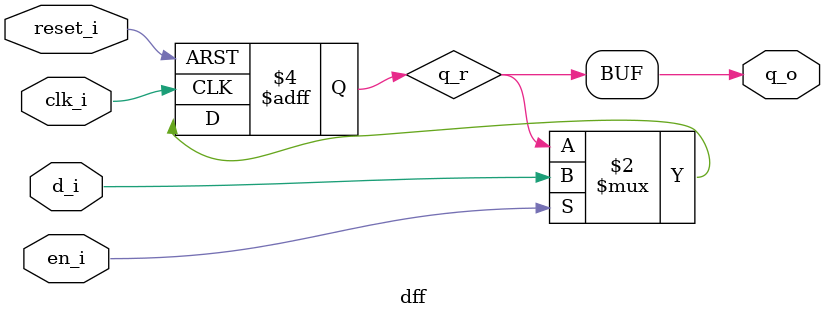
<source format=sv>
/* Generated by Yosys 0.45 (git sha1 9ed031ddd, clang++ 14.0.0-1ubuntu1.1 -fPIC -O3) */

(* top =  1  *)
(* \library  = "work" *)
(* hdlname = "dff" *)
(* src = "dff.sv:5.8-5.11" *)
module dff(reset_i, d_i, en_i, q_o, clk_i);
  (* src = "dff.sv:7.16-7.21" *)
  input clk_i;
  wire clk_i;
  (* src = "dff.sv:9.16-9.19" *)
  input d_i;
  wire d_i;
  (* src = "dff.sv:10.16-10.20" *)
  input en_i;
  wire en_i;
  (* src = "dff.sv:11.17-11.20" *)
  output q_o;
  wire q_o;
  (* src = "dff.sv:14.16-14.19" *)
  reg q_r;
  (* src = "dff.sv:8.16-8.23" *)
  input reset_i;
  wire reset_i;
  (* src = "dff.sv:24.7-28.10" *)
  always @(posedge clk_i, posedge reset_i)
    if (reset_i) q_r <= 1'h0;
    else if (en_i) q_r <= d_i;
  assign q_o = q_r;
endmodule

</source>
